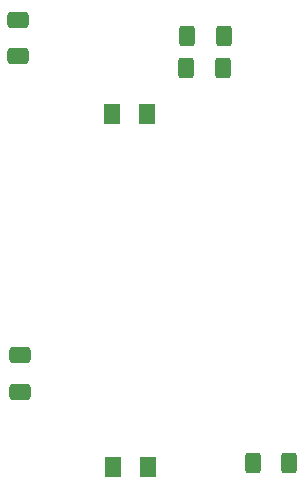
<source format=gbr>
%TF.GenerationSoftware,KiCad,Pcbnew,(6.0.7)*%
%TF.CreationDate,2023-04-08T09:09:21+05:30*%
%TF.ProjectId,aux_PS,6175785f-5053-42e6-9b69-6361645f7063,rev?*%
%TF.SameCoordinates,Original*%
%TF.FileFunction,Paste,Bot*%
%TF.FilePolarity,Positive*%
%FSLAX46Y46*%
G04 Gerber Fmt 4.6, Leading zero omitted, Abs format (unit mm)*
G04 Created by KiCad (PCBNEW (6.0.7)) date 2023-04-08 09:09:21*
%MOMM*%
%LPD*%
G01*
G04 APERTURE LIST*
G04 Aperture macros list*
%AMRoundRect*
0 Rectangle with rounded corners*
0 $1 Rounding radius*
0 $2 $3 $4 $5 $6 $7 $8 $9 X,Y pos of 4 corners*
0 Add a 4 corners polygon primitive as box body*
4,1,4,$2,$3,$4,$5,$6,$7,$8,$9,$2,$3,0*
0 Add four circle primitives for the rounded corners*
1,1,$1+$1,$2,$3*
1,1,$1+$1,$4,$5*
1,1,$1+$1,$6,$7*
1,1,$1+$1,$8,$9*
0 Add four rect primitives between the rounded corners*
20,1,$1+$1,$2,$3,$4,$5,0*
20,1,$1+$1,$4,$5,$6,$7,0*
20,1,$1+$1,$6,$7,$8,$9,0*
20,1,$1+$1,$8,$9,$2,$3,0*%
G04 Aperture macros list end*
%ADD10RoundRect,0.250000X-0.400000X-0.625000X0.400000X-0.625000X0.400000X0.625000X-0.400000X0.625000X0*%
%ADD11RoundRect,0.250000X0.400000X0.625000X-0.400000X0.625000X-0.400000X-0.625000X0.400000X-0.625000X0*%
%ADD12RoundRect,0.250001X-0.462499X-0.624999X0.462499X-0.624999X0.462499X0.624999X-0.462499X0.624999X0*%
%ADD13RoundRect,0.250000X-0.650000X0.412500X-0.650000X-0.412500X0.650000X-0.412500X0.650000X0.412500X0*%
G04 APERTURE END LIST*
D10*
%TO.C,R2*%
X131520000Y-90180000D03*
X134620000Y-90180000D03*
%TD*%
D11*
%TO.C,R1*%
X129055000Y-54060000D03*
X125955000Y-54060000D03*
%TD*%
D12*
%TO.C,D1*%
X119675000Y-90520000D03*
X122650000Y-90520000D03*
%TD*%
D13*
%TO.C,C3*%
X111630000Y-52637500D03*
X111630000Y-55762500D03*
%TD*%
D12*
%TO.C,D2*%
X119565000Y-60620000D03*
X122540000Y-60620000D03*
%TD*%
D11*
%TO.C,C5*%
X128965000Y-56750000D03*
X125865000Y-56750000D03*
%TD*%
D13*
%TO.C,C4*%
X111800000Y-81047500D03*
X111800000Y-84172500D03*
%TD*%
M02*

</source>
